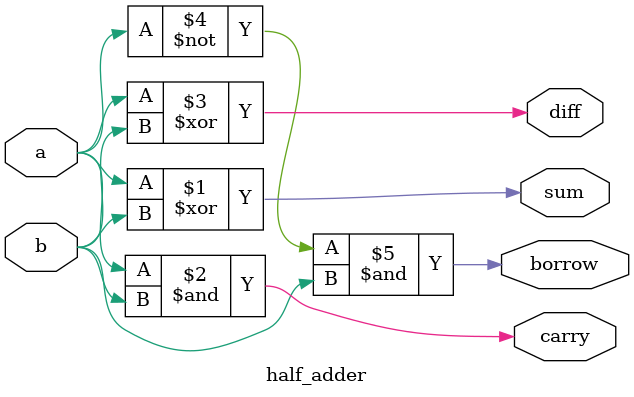
<source format=v>
module half_adder (
    input  wire a, b,
    output wire sum,
    output wire carry,
    output wire diff,
    output wire borrow
);

    // Half Adder logic
    assign sum   = a ^ b;
    assign carry = a & b;

    // Half Subtractor logic
    assign diff   = a ^ b;
    assign borrow = ~a & b;

endmodule

</source>
